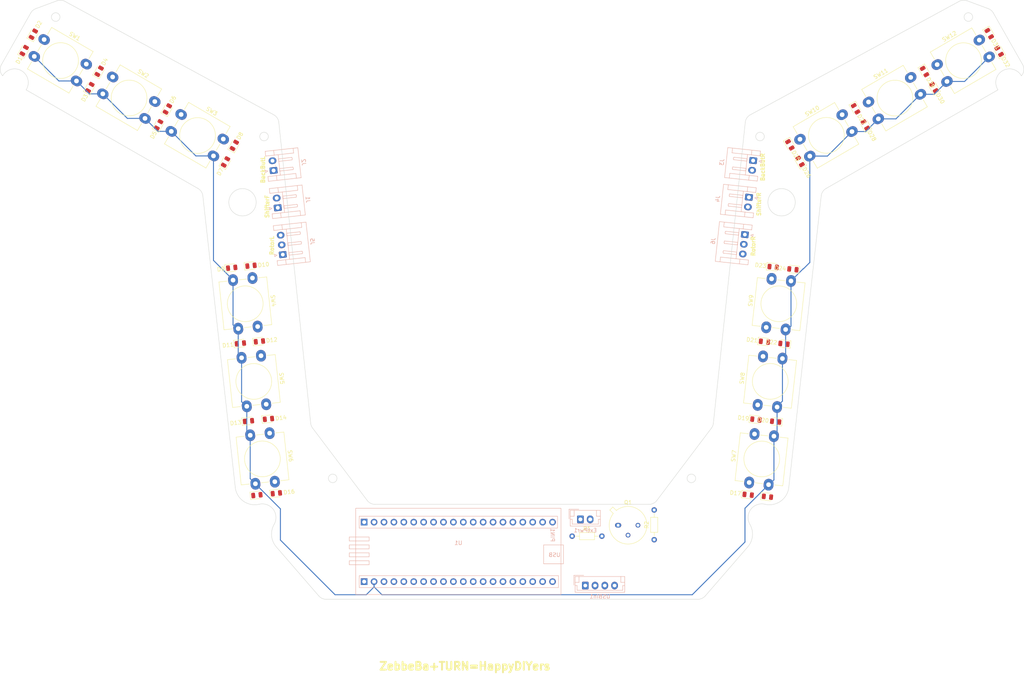
<source format=kicad_pcb>
(kicad_pcb (version 20211014) (generator pcbnew)
  (layers (0 "F.Cu" signal) (31 "B.Cu" signal) (34 "B.Paste" user) (35 "F.Paste" user) (36 "B.SilkS" user "B.Silkscreen") (37 "F.SilkS" user "F.Silkscreen") (38 "B.Mask" user) (39 "F.Mask" user) (44 "Edge.Cuts" user))
  (net 0 "")
  (net 1 "BUTGND")
  (net 2 "Net-(J1-Pad2)")
  (net 3 "Net-(J2-Pad2)")
  (net 4 "Net-(J3-Pad2)")
  (net 6 "Net-(J4-Pad2)")
  (net 7 "Net-(J5-Pad2)")
  (net 8 "Net-(J5-Pad3)")
  (net 9 "Net-(J6-Pad2)")
  (net 10 "Net-(J6-Pad3)")
  (net 11 "Net-(SW1-Pad1)")
  (net 12 "Net-(SW2-Pad1)")
  (net 13 "Net-(SW4-Pad1)")
  (net 14 "Net-(SW5-Pad1)")
  (net 15 "Net-(U1-Pad37)")
  (net 16 "Net-(SW7-Pad1)")
  (net 17 "Net-(SW8-Pad1)")
  (net 18 "Net-(SW9-Pad1)")
  (net 19 "Net-(SW10-Pad1)")
  (net 20 "Net-(SW11-Pad1)")
  (net 21 "Net-(SW12-Pad1)")
  (net 22 "Net-(SW3-Pad3)")
  (net 23 "Net-(Q1-Pad1)")
  (net 35 "Net-(U1-Pad1)")
  (net 36 "Net-(U1-Pad20)")
  (net 39 "Net-(D1-Pad2)")
  (net 40 "Net-(D1-Pad1)")
  (net 41 "Net-(Q1-Pad2)")
  (net 42 "Net-(Q1-Pad3)")
  (net 43 "B0LEDCONTROL")
  (net 44 "USBD-")
  (net 45 "UDBD+")
  (footprint "LED_SMD:LED_0805_2012Metric" (layer "F.Cu") (at 213.7625 147.4 -6.1)
    (fp_text reference "D18" hide)
    (fp_text value "LED")
    (pad "1" smd roundrect (at -0.9375 0 353.9) (size 0.975 1.4) (layers "F.Cu" "F.Paste" "F.Mask") (net 40 "Net-(D1-Pad1)"))
    (pad "2" smd roundrect (at 0.9375 0 353.9) (size 0.975 1.4) (layers "F.Cu" "F.Paste" "F.Mask") (net 39 "Net-(D1-Pad2)"))
  )
  (footprint "LED_SMD:LED_0805_2012Metric" (layer "F.Cu") (at 78.750517 108.127263 6.1)
    (fp_text reference "D11" (at -3.197487 0.083431 6.1) (layer "F.SilkS"))
    (fp_text value "LED")
    (pad "1" smd roundrect (at -0.9375 0 6.1) (size 0.975 1.4) (layers "F.Cu" "F.Paste" "F.Mask") (net 40 "Net-(D1-Pad1)"))
    (pad "2" smd roundrect (at 0.9375 0 6.1) (size 0.975 1.4) (layers "F.Cu" "F.Paste" "F.Mask") (net 39 "Net-(D1-Pad2)"))
  )
  (footprint "Button_Switch_THT:SW_PUSH-12mm_Wuerth-430476085716" (layer "F.Cu") (at 239.65 46.28 30.2)
    (fp_text reference "SW11" (at 6.35 -4.66 30.2) (layer "F.SilkS"))
    (fp_text value "SW_Push_Dual")
    (pad "1" thru_hole oval (at 12.5 0 30.2) (size 3 2.5) (drill 1.2) (layers *.Cu *.Mask) (net 20 "Net-(SW11-Pad1)"))
    (pad "1" thru_hole oval (at 0 0 30.2) (size 3 2.5) (drill 1.2) (layers *.Cu *.Mask) (net 20 "Net-(SW11-Pad1)"))
    (pad "2" thru_hole oval (at 12.5 5 30.2) (size 3 2.5) (drill 1.2) (layers *.Cu *.Mask) (net 1 "BUTGND"))
    (pad "2" thru_hole oval (at 0 5 30.2) (size 3 2.5) (drill 1.2) (layers *.Cu *.Mask) (net 1 "BUTGND"))
  )
  (footprint "LED_SMD:LED_0805_2012Metric" (layer "F.Cu") (at 85.94 127.47 6.1)
    (fp_text reference "D14" (at 3.219453 0.08258 6.1) (layer "F.SilkS"))
    (fp_text value "LED")
    (pad "1" smd roundrect (at -0.9375 0 6.1) (size 0.975 1.4) (layers "F.Cu" "F.Paste" "F.Mask") (net 40 "Net-(D1-Pad1)"))
    (pad "2" smd roundrect (at 0.9375 0 6.1) (size 0.975 1.4) (layers "F.Cu" "F.Paste" "F.Mask") (net 39 "Net-(D1-Pad2)"))
  )
  (footprint "LED_SMD:LED_0805_2012Metric" (layer "F.Cu") (at 42.57 38.41 60.5)
    (fp_text reference "D4" (at 2.822909 0.034392 60.5) (layer "F.SilkS"))
    (fp_text value "LED")
    (pad "1" smd roundrect (at -0.9375 0 60.5) (size 0.975 1.4) (layers "F.Cu" "F.Paste" "F.Mask") (net 40 "Net-(D1-Pad1)"))
    (pad "2" smd roundrect (at 0.9375 0 60.5) (size 0.975 1.4) (layers "F.Cu" "F.Paste" "F.Mask") (net 39 "Net-(D1-Pad2)"))
  )
  (footprint "Button_Switch_THT:SW_PUSH-12mm_Wuerth-430476085716" (layer "F.Cu") (at 213.449259 104.00792 83.7)
    (fp_text reference "SW9" (at 6.35 -4.66 83.7) (layer "F.SilkS"))
    (fp_text value "SW_Push_Dual")
    (pad "1" thru_hole oval (at 12.5 0 83.7) (size 3 2.5) (drill 1.2) (layers *.Cu *.Mask) (net 18 "Net-(SW9-Pad1)"))
    (pad "1" thru_hole oval (at 0 0 83.7) (size 3 2.5) (drill 1.2) (layers *.Cu *.Mask) (net 18 "Net-(SW9-Pad1)"))
    (pad "2" thru_hole oval (at 12.5 5 83.7) (size 3 2.5) (drill 1.2) (layers *.Cu *.Mask) (net 1 "BUTGND"))
    (pad "2" thru_hole oval (at 0 5 83.7) (size 3 2.5) (drill 1.2) (layers *.Cu *.Mask) (net 1 "BUTGND"))
  )
  (footprint "LED_SMD:LED_0805_2012Metric" (layer "F.Cu") (at 82.98 146.99 6.1)
    (fp_text reference "D15" hide)
    (fp_text value "LED")
    (pad "1" smd roundrect (at -0.9375 0 6.1) (size 0.975 1.4) (layers "F.Cu" "F.Paste" "F.Mask") (net 40 "Net-(D1-Pad1)"))
    (pad "2" smd roundrect (at 0.9375 0 6.1) (size 0.975 1.4) (layers "F.Cu" "F.Paste" "F.Mask") (net 39 "Net-(D1-Pad2)"))
  )
  (footprint "Button_Switch_THT:SW_PUSH-12mm_Wuerth-430476085716" (layer "F.Cu") (at 86.241695 131.119728 -83.9)
    (fp_text reference "SW6" (at 6.35 -4.66 96.1) (layer "F.SilkS"))
    (fp_text value "SW_Push_Dual")
    (pad "1" thru_hole oval (at 12.5 0 276.1) (size 3 2.5) (drill 1.2) (layers *.Cu *.Mask) (net 15 "Net-(U1-Pad37)"))
    (pad "1" thru_hole oval (at 0 0 276.1) (size 3 2.5) (drill 1.2) (layers *.Cu *.Mask) (net 15 "Net-(U1-Pad37)"))
    (pad "2" thru_hole oval (at 0 5 276.1) (size 3 2.5) (drill 1.2) (layers *.Cu *.Mask) (net 1 "BUTGND"))
    (pad "2" thru_hole oval (at 12.5 5 276.1) (size 3 2.5) (drill 1.2) (layers *.Cu *.Mask) (net 1 "BUTGND"))
  )
  (footprint "Button_Switch_THT:SW_PUSH-12mm_Wuerth-430476085716" (layer "F.Cu") (at 63.565832 49.485438 -30.2)
    (fp_text reference "SW3" (at 6.35 -4.66 -30.2) (layer "F.SilkS"))
    (fp_text value "SW_Push_Dual")
    (pad "1" thru_hole oval (at 12.5 0 329.8) (size 3 2.5) (drill 1.2) (layers *.Cu *.Mask))
    (pad "1" thru_hole oval (at 0 0 329.8) (size 3 2.5) (drill 1.2) (layers *.Cu *.Mask))
    (pad "2" thru_hole oval (at 12.5 5 329.8) (size 3 2.5) (drill 1.2) (layers *.Cu *.Mask) (net 1 "BUTGND"))
    (pad "2" thru_hole oval (at 0 5 329.8) (size 3 2.5) (drill 1.2) (layers *.Cu *.Mask) (net 1 "BUTGND"))
  )
  (footprint "LED_SMD:LED_0805_2012Metric" (layer "F.Cu") (at 256.39 42.58 120.2)
    (fp_text reference "D30" (at -3.249952 0.017598 120.2) (layer "F.SilkS"))
    (fp_text value "LED")
    (pad "1" smd roundrect (at -0.9375 0 120.2) (size 0.975 1.4) (layers "F.Cu" "F.Paste" "F.Mask") (net 40 "Net-(D1-Pad1)"))
    (pad "2" smd roundrect (at 0.9375 0 120.2) (size 0.975 1.4) (layers "F.Cu" "F.Paste" "F.Mask") (net 39 "Net-(D1-Pad2)"))
  )
  (footprint "LED_SMD:LED_0805_2012Metric" (layer "F.Cu") (at 253.996922 38.487825 -59.8)
    (fp_text reference "D29" (at 3.260334 0.11928 120.2) (layer "F.SilkS"))
    (fp_text value "LED")
    (pad "1" smd roundrect (at -0.9375 0 300.2) (size 0.975 1.4) (layers "F.Cu" "F.Paste" "F.Mask") (net 40 "Net-(D1-Pad1)"))
    (pad "2" smd roundrect (at 0.9375 0 300.2) (size 0.975 1.4) (layers "F.Cu" "F.Paste" "F.Mask") (net 39 "Net-(D1-Pad2)"))
  )
  (footprint "LED_SMD:LED_0805_2012Metric" (layer "F.Cu") (at 60.043083 48.077862 60.5)
    (fp_text reference "D6" (at 2.797199 0.033906 60.5) (layer "F.SilkS"))
    (fp_text value "LED")
    (pad "1" smd roundrect (at -0.9375 0 60.5) (size 0.975 1.4) (layers "F.Cu" "F.Paste" "F.Mask") (net 40 "Net-(D1-Pad1)"))
    (pad "2" smd roundrect (at 0.9375 0 60.5) (size 0.975 1.4) (layers "F.Cu" "F.Paste" "F.Mask") (net 39 "Net-(D1-Pad2)"))
  )
  (footprint "LED_SMD:LED_0805_2012Metric" (layer "F.Cu") (at 238.83 52.18 120.2)
    (fp_text reference "D28" (at -3.26143 0.057199 120.2) (layer "F.SilkS"))
    (fp_text value "LED")
    (pad "1" smd roundrect (at -0.9375 0 120.2) (size 0.975 1.4) (layers "F.Cu" "F.Paste" "F.Mask") (net 40 "Net-(D1-Pad1)"))
    (pad "2" smd roundrect (at 0.9375 0 120.2) (size 0.975 1.4) (layers "F.Cu" "F.Paste" "F.Mask") (net 39 "Net-(D1-Pad2)"))
  )
  (footprint "Button_Switch_THT:SW_PUSH-12mm_Wuerth-430476085716" (layer "F.Cu") (at 84.031695 111.279728 -83.9)
    (fp_text reference "SW5" (at 6.35 -4.66 96.1) (layer "F.SilkS"))
    (fp_text value "SW_Push_Dual")
    (pad "1" thru_hole oval (at 0 0 276.1) (size 3 2.5) (drill 1.2) (layers *.Cu *.Mask) (net 14 "Net-(SW5-Pad1)"))
    (pad "1" thru_hole oval (at 12.5 0 276.1) (size 3 2.5) (drill 1.2) (layers *.Cu *.Mask) (net 14 "Net-(SW5-Pad1)"))
    (pad "2" thru_hole oval (at 0 5 276.1) (size 3 2.5) (drill 1.2) (layers *.Cu *.Mask) (net 1 "BUTGND"))
    (pad "2" thru_hole oval (at 12.5 5 276.1) (size 3 2.5) (drill 1.2) (layers *.Cu *.Mask) (net 1 "BUTGND"))
  )
  (footprint "LED_SMD:LED_0805_2012Metric" (layer "F.Cu") (at 57.798353 52.135958 60.5)
    (fp_text reference "D5" (at -2.928114 0.153408 60.5) (layer "F.SilkS"))
    (fp_text value "LED")
    (pad "1" smd roundrect (at -0.9375 0 60.5) (size 0.975 1.4) (layers "F.Cu" "F.Paste" "F.Mask") (net 40 "Net-(D1-Pad1)"))
    (pad "2" smd roundrect (at 0.9375 0 60.5) (size 0.975 1.4) (layers "F.Cu" "F.Paste" "F.Mask") (net 39 "Net-(D1-Pad2)"))
  )
  (footprint "LED_SMD:LED_0805_2012Metric" (layer "F.Cu") (at 80.82 128.02 6.1)
    (fp_text reference "D13" (at -3.299304 0.099969 6.1) (layer "F.SilkS"))
    (fp_text value "LED")
    (pad "1" smd roundrect (at -0.9375 0 6.1) (size 0.975 1.4) (layers "F.Cu" "F.Paste" "F.Mask") (net 40 "Net-(D1-Pad1)"))
    (pad "2" smd roundrect (at 0.9375 0 6.1) (size 0.975 1.4) (layers "F.Cu" "F.Paste" "F.Mask") (net 39 "Net-(D1-Pad2)"))
  )
  (footprint "Package_TO_SOT_THT:TO-39-3" (layer "F.Cu") (at 175.51 154.7)
    (fp_text reference "Q1" (at 2.54 -5.82) (layer "F.SilkS"))
    (fp_text value "2N2219")
    (pad "1" thru_hole oval (at 0 0) (size 1.6 1.2) (drill 0.7) (layers *.Cu *.Mask) (net 23 "Net-(Q1-Pad1)"))
    (pad "2" thru_hole oval (at 2.54 2.54) (size 1.2 1.2) (drill 0.7) (layers *.Cu *.Mask) (net 41 "Net-(Q1-Pad2)"))
    (pad "3" thru_hole oval (at 5.08 0) (size 1.2 1.2) (drill 0.7) (layers *.Cu *.Mask) (net 42 "Net-(Q1-Pad3)"))
  )
  (footprint "LED_SMD:LED_0805_2012Metric" (layer "F.Cu") (at 25.71 28.92 60.5)
    (fp_text reference "D2" (at 2.842951 -0.011416 60.5) (layer "F.SilkS"))
    (fp_text value "LED")
    (pad "1" smd roundrect (at -0.9375 0 60.5) (size 0.975 1.4) (layers "F.Cu" "F.Paste" "F.Mask") (net 40 "Net-(D1-Pad1)"))
    (pad "2" smd roundrect (at 0.9375 0 60.5) (size 0.975 1.4) (layers "F.Cu" "F.Paste" "F.Mask") (net 39 "Net-(D1-Pad2)"))
  )
  (footprint "LED_SMD:LED_0805_2012Metric" (layer "F.Cu") (at 220.28 89.15 173.9)
    (fp_text reference "D24" (at 3.210573 -0.071574 173.9) (layer "F.SilkS"))
    (fp_text value "LED")
    (pad "1" smd roundrect (at -0.9375 0 173.9) (size 0.975 1.4) (layers "F.Cu" "F.Paste" "F.Mask") (net 40 "Net-(D1-Pad1)"))
    (pad "2" smd roundrect (at 0.9375 0 173.9) (size 0.975 1.4) (layers "F.Cu" "F.Paste" "F.Mask") (net 39 "Net-(D1-Pad2)"))
  )
  (footprint "LED_SMD:LED_0805_2012Metric" (layer "F.Cu") (at 40.188353 42.595958 60.5)
    (fp_text reference "D3" (at -2.964073 0.150773 60.5) (layer "F.SilkS"))
    (fp_text value "LED")
    (pad "1" smd roundrect (at -0.9375 0 60.5) (size 0.975 1.4) (layers "F.Cu" "F.Paste" "F.Mask") (net 40 "Net-(D1-Pad1)"))
    (pad "2" smd roundrect (at 0.9375 0 60.5) (size 0.975 1.4) (layers "F.Cu" "F.Paste" "F.Mask") (net 39 "Net-(D1-Pad2)"))
  )
  (footprint "LED_SMD:LED_0805_2012Metric" (layer "F.Cu") (at 87.97 146.52 6.1)
    (fp_text reference "D16" (at 3.277671 0.008346 6.1) (layer "F.SilkS"))
    (fp_text value "LED")
    (pad "1" smd roundrect (at -0.9375 0 6.1) (size 0.975 1.4) (layers "F.Cu" "F.Paste" "F.Mask") (net 40 "Net-(D1-Pad1)"))
    (pad "2" smd roundrect (at 0.9375 0 6.1) (size 0.975 1.4) (layers "F.Cu" "F.Paste" "F.Mask") (net 39 "Net-(D1-Pad2)"))
  )
  (footprint "LED_SMD:LED_0805_2012Metric" (layer "F.Cu") (at 236.34 48.02 -59.8)
    (fp_text reference "D27" (at 3.180947 0.081085 120.2) (layer "F.SilkS"))
    (fp_text value "LED")
    (pad "1" smd roundrect (at -0.9375 0 300.2) (size 0.975 1.4) (layers "F.Cu" "F.Paste" "F.Mask") (net 40 "Net-(D1-Pad1)"))
    (pad "2" smd roundrect (at 0.9375 0 300.2) (size 0.975 1.4) (layers "F.Cu" "F.Paste" "F.Mask") (net 39 "Net-(D1-Pad2)"))
  )
  (footprint "LED_SMD:LED_0805_2012Metric" (layer "F.Cu") (at 23.36 33.12 60.5)
    (fp_text reference "D1" (at -2.789929 0.084824 60.5) (layer "F.SilkS"))
    (fp_text value "LED")
    (pad "1" smd roundrect (at -0.9375 0 60.5) (size 0.975 1.4) (layers "F.Cu" "F.Paste" "F.Mask") (net 40 "Net-(D1-Pad1)"))
    (pad "2" smd roundrect (at 0.9375 0 60.5) (size 0.975 1.4) (layers "F.Cu" "F.Paste" "F.Mask") (net 39 "Net-(D1-Pad2)"))
  )
  (footprint "Resistor_THT:R_Axial_DIN0204_L3.6mm_D1.6mm_P7.62mm_Horizontal" (layer "F.Cu") (at 163.73 157.5)
    (fp_text reference "R1" (at 3.81 -1.92) (layer "F.SilkS"))
    (fp_text value "220R")
    (pad "1" thru_hole circle (at 0 0) (size 1.4 1.4) (drill 0.7) (layers *.Cu *.Mask) (net 43 "B0LEDCONTROL"))
    (pad "2" thru_hole oval (at 7.62 0) (size 1.4 1.4) (drill 0.7) (layers *.Cu *.Mask) (net 41 "Net-(Q1-Pad2)"))
  )
  (footprint "LED_SMD:LED_0805_2012Metric" (layer "F.Cu") (at 76.527808 88.749623 6.1)
    (fp_text reference "D9" (at -2.811381 0.072036 6.1) (layer "F.SilkS"))
    (fp_text value "LED")
    (pad "1" smd roundrect (at -0.9375 0 6.1) (size 0.975 1.4) (layers "F.Cu" "F.Paste" "F.Mask") (net 40 "Net-(D1-Pad1)"))
    (pad "2" smd roundrect (at 0.9375 0 6.1) (size 0.975 1.4) (layers "F.Cu" "F.Paste" "F.Mask") (net 39 "Net-(D1-Pad2)"))
  )
  (footprint "LED_SMD:LED_0805_2012Metric" (layer "F.Cu") (at 219.496922 57.257825 -59.8)
    (fp_text reference "D25" (at 3.227181 0.076844 120.2) (layer "F.SilkS"))
    (fp_text value "LED")
    (pad "1" smd roundrect (at -0.9375 0 300.2) (size 0.975 1.4) (layers "F.Cu" "F.Paste" "F.Mask") (net 40 "Net-(D1-Pad1)"))
    (pad "2" smd roundrect (at 0.9375 0 300.2) (size 0.975 1.4) (layers "F.Cu" "F.Paste" "F.Mask") (net 39 "Net-(D1-Pad2)"))
  )
  (footprint "Button_Switch_THT:SW_PUSH-12mm_Wuerth-430476085716" (layer "F.Cu") (at 46.025832 39.875438 -30.2)
    (fp_text reference "SW2" (at 6.35 -4.66 149.8) (layer "F.SilkS"))
    (fp_text value "SW_Push_Dual")
    (pad "1" thru_hole oval (at 12.5 0 329.8) (size 3 2.5) (drill 1.2) (layers *.Cu *.Mask) (net 12 "Net-(SW2-Pad1)"))
    (pad "1" thru_hole oval (at 0 0 329.8) (size 3 2.5) (drill 1.2) (layers *.Cu *.Mask) (net 12 "Net-(SW2-Pad1)"))
    (pad "2" thru_hole oval (at 12.5 5 329.8) (size 3 2.5) (drill 1.2) (layers *.Cu *.Mask) (net 1 "BUTGND"))
    (pad "2" thru_hole oval (at 0 5 329.8) (size 3 2.5) (drill 1.2) (layers *.Cu *.Mask) (net 1 "BUTGND"))
  )
  (footprint "LED_SMD:LED_0805_2012Metric" (layer "F.Cu") (at 215.86 128.16 173.9)
    (fp_text reference "D20" (at 3.23008 0.016854 173.9) (layer "F.SilkS"))
    (fp_text value "LED")
    (pad "1" smd roundrect (at -0.9375 0 173.9) (size 0.975 1.4) (layers "F.Cu" "F.Paste" "F.Mask") (net 40 "Net-(D1-Pad1)"))
    (pad "2" smd roundrect (at 0.9375 0 173.9) (size 0.975 1.4) (layers "F.Cu" "F.Paste" "F.Mask") (net 39 "Net-(D1-Pad2)"))
  )
  (footprint "Button_Switch_THT:SW_PUSH-12mm_Wuerth-430476085716" (layer "F.Cu") (at 222.09 55.823188 30.2)
    (fp_text reference "SW10" (at 6.35 -4.66 30.2) (layer "F.SilkS"))
    (fp_text value "SW_Push_Dual")
    (pad "1" thru_hole oval (at 12.5 0 30.2) (size 3 2.5) (drill 1.2) (layers *.Cu *.Mask) (net 19 "Net-(SW10-Pad1)"))
    (pad "1" thru_hole oval (at 0 0 30.2) (size 3 2.5) (drill 1.2) (layers *.Cu *.Mask) (net 19 "Net-(SW10-Pad1)"))
    (pad "2" thru_hole oval (at 0 5 30.2) (size 3 2.5) (drill 1.2) (layers *.Cu *.Mask) (net 1 "BUTGND"))
    (pad "2" thru_hole oval (at 12.5 5 30.2) (size 3 2.5) (drill 1.2) (layers *.Cu *.Mask) (net 1 "BUTGND"))
  )
  (footprint "Button_Switch_THT:SW_PUSH-12mm_Wuerth-430476085716" (layer "F.Cu") (at 81.841695 91.379728 -83.9)
    (fp_text reference "SW4" (at 6.35 -4.66 96.1) (layer "F.SilkS"))
    (fp_text value "SW_Push_Dual")
    (pad "1" thru_hole oval (at 12.5 0 276.1) (size 3 2.5) (drill 1.2) (layers *.Cu *.Mask) (net 13 "Net-(SW4-Pad1)"))
    (pad "1" thru_hole oval (at 0 0 276.1) (size 3 2.5) (drill 1.2) (layers *.Cu *.Mask) (net 13 "Net-(SW4-Pad1)"))
    (pad "2" thru_hole oval (at 12.5 5 276.1) (size 3 2.5) (drill 1.2) (layers *.Cu *.Mask) (net 1 "BUTGND"))
    (pad "2" thru_hole oval (at 0 5 276.1) (size 3 2.5) (drill 1.2) (layers *.Cu *.Mask) (net 1 "BUTGND"))
  )
  (footprint "Button_Switch_THT:SW_PUSH-12mm_Wuerth-430476085716" (layer "F.Cu") (at 28.475832 30.285438 -30.2)
    (fp_text reference "SW1" (at 6.35 -4.66 149.8) (layer "F.SilkS"))
    (fp_text value "SW_Push_Dual")
    (pad "1" thru_hole oval (at 12.5 0 329.8) (size 3 2.5) (drill 1.2) (layers *.Cu *.Mask) (net 11 "Net-(SW1-Pad1)"))
    (pad "1" thru_hole oval (at 0 0 329.8) (size 3 2.5) (drill 1.2) (layers *.Cu *.Mask) (net 11 "Net-(SW1-Pad1)"))
    (pad "2" thru_hole oval (at 0 5 329.8) (size 3 2.5) (drill 1.2) (layers *.Cu *.Mask) (net 1 "BUTGND"))
    (pad "2" thru_hole oval (at 12.5 5 329.8) (size 3 2.5) (drill 1.2) (layers *.Cu *.Mask) (net 1 "BUTGND"))
  )
  (footprint "LED_SMD:LED_0805_2012Metric" (layer "F.Cu") (at 77.190509 57.397267 60.5)
    (fp_text reference "D8" (at 2.830128 0.052701 60.5) (layer "F.SilkS"))
    (fp_text value "LED")
    (pad "1" smd roundrect (at -0.9375 0 60.5) (size 0.975 1.4) (layers "F.Cu" "F.Paste" "F.Mask") (net 40 "Net-(D1-Pad1)"))
    (pad "2" smd roundrect (at 0.9375 0 60.5) (size 0.975 1.4) (layers "F.Cu" "F.Paste" "F.Mask") (net 39 "Net-(D1-Pad2)"))
  )
  (footprint "LED_SMD:LED_0805_2012Metric" (layer "F.Cu") (at 81.47 88.22 6.1)
    (fp_text reference "D10" (at 3.218391 0.092523 6.1) (layer "F.SilkS"))
    (fp_text value "LED")
    (pad "1" smd roundrect (at -0.9375 0 6.1) (size 0.975 1.4) (layers "F.Cu" "F.Paste" "F.Mask") (net 40 "Net-(D1-Pad1)"))
    (pad "2" smd roundrect (at 0.9375 0 6.1) (size 0.975 1.4) (layers "F.Cu" "F.Paste" "F.Mask") (net 39 "Net-(D1-Pad2)"))
  )
  (footprint "LED_SMD:LED_0805_2012Metric" (layer "F.Cu") (at 208.817808 146.890377 -6.1)
    (fp_text reference "D17" (at -3.273027 -0.062928 173.9) (layer "F.SilkS"))
    (fp_text value "LED")
    (pad "1" smd roundrect (at -0.9375 0 353.9) (size 0.975 1.4) (layers "F.Cu" "F.Paste" "F.Mask") (net 40 "Net-(D1-Pad1)"))
    (pad "2" smd roundrect (at 0.9375 0 353.9) (size 0.975 1.4) (layers "F.Cu" "F.Paste" "F.Mask") (net 39 "Net-(D1-Pad2)"))
  )
  (footprint "LED_SMD:LED_0805_2012Metric" (layer "F.Cu") (at 270.5725 28.78 -59.8)
    (fp_text reference "D31" (at 3.153304 -0.030459 120.2) (layer "F.SilkS"))
    (fp_text value "LED")
    (pad "1" smd roundrect (at -0.9375 0 300.2) (size 0.975 1.4) (layers "F.Cu" "F.Paste" "F.Mask") (net 40 "Net-(D1-Pad1)"))
    (pad "2" smd roundrect (at 0.9375 0 300.2) (size 0.975 1.4) (layers "F.Cu" "F.Paste" "F.Mask") (net 39 "Net-(D1-Pad2)"))
  )
  (footprint "LED_SMD:LED_0805_2012Metric" (layer "F.Cu") (at 215.22 88.55 -6.1)
    (fp_text reference "D23" (at -3.243211 -0.045621 173.9) (layer "F.SilkS"))
    (fp_text value "LED")
    (pad "1" smd roundrect (at -0.9375 0 353.9) (size 0.975 1.4) (layers "F.Cu" "F.Paste" "F.Mask") (net 40 "Net-(D1-Pad1)"))
    (pad "2" smd roundrect (at 0.9375 0 353.9) (size 0.975 1.4) (layers "F.Cu" "F.Paste" "F.Mask") (net 39 "Net-(D1-Pad2)"))
  )
  (footprint "LED_SMD:LED_0805_2012Metric" (layer "F.Cu") (at 210.81 127.62 -6.1)
    (fp_text reference "D19" (at -3.249967 -0.014729 173.9) (layer "F.SilkS"))
    (fp_text value "LED")
    (pad "1" smd roundrect (at -0.9375 0 353.9) (size 0.975 1.4) (layers "F.Cu" "F.Paste" "F.Mask") (net 40 "Net-(D1-Pad1)"))
    (pad "2" smd roundrect (at 0.9375 0 353.9) (size 0.975 1.4) (layers "F.Cu" "F.Paste" "F.Mask") (net 39 "Net-(D1-Pad2)"))
  )
  (footprint "LED_SMD:LED_0805_2012Metric" (layer "F.Cu") (at 74.94 61.65 60.5)
    (fp_text reference "D7" (at -2.885324 0.058369 60.5) (layer "F.SilkS"))
    (fp_text value "LED")
    (pad "1" smd roundrect (at -0.9375 0 60.5) (size 0.975 1.4) (layers "F.Cu" "F.Paste" "F.Mask") (net 40 "Net-(D1-Pad1)"))
    (pad "2" smd roundrect (at 0.9375 0 60.5) (size 0.975 1.4) (layers "F.Cu" "F.Paste" "F.Mask") (net 39 "Net-(D1-Pad2)"))
  )
  (footprint "Resistor_THT:R_Axial_DIN0204_L3.6mm_D1.6mm_P7.62mm_Horizontal" (layer "F.Cu") (at 184.75 158.41 90)
    (fp_text reference "R2" (at 3.81 -1.92 90) (layer "F.SilkS"))
    (fp_text value "220R")
    (pad "1" thru_hole circle (at 0 0 90) (size 1.4 1.4) (drill 0.7) (layers *.Cu *.Mask) (net 42 "Net-(Q1-Pad3)"))
    (pad "2" thru_hole oval (at 7.62 0 90) (size 1.4 1.4) (drill 0.7) (layers *.Cu *.Mask) (net 40 "Net-(D1-Pad1)"))
  )
  (footprint "Button_Switch_THT:SW_PUSH-12mm_Wuerth-430476085716" (layer "F.Cu") (at 211.259259 123.87792 83.7)
    (fp_text reference "SW8" (at 6.35 -4.66 83.7) (layer "F.SilkS"))
    (fp_text value "SW_Push_Dual")
    (pad "1" thru_hole oval (at 0 0 83.7) (size 3 2.5) (drill 1.2) (layers *.Cu *.Mask) (net 17 "Net-(SW8-Pad1)"))
    (pad "1" thru_hole oval (at 12.5 0 83.7) (size 3 2.5) (drill 1.2) (layers *.Cu *.Mask) (net 17 "Net-(SW8-Pad1)"))
    (pad "2" thru_hole oval (at 12.5 5 83.7) (size 3 2.5) (drill 1.2) (layers *.Cu *.Mask) (net 1 "BUTGND"))
    (pad "2" thru_hole oval (at 0 5 83.7) (size 3 2.5) (drill 1.2) (layers *.Cu *.Mask) (net 1 "BUTGND"))
  )
  (footprint "LED_SMD:LED_0805_2012Metric" (layer "F.Cu") (at 83.63 107.61 6.1)
    (fp_text reference "D12" (at 3.168294 -0.003343 6.1) (layer "F.SilkS"))
    (fp_text value "LED")
    (pad "1" smd roundrect (at -0.9375 0 6.1) (size 0.975 1.4) (layers "F.Cu" "F.Paste" "F.Mask") (net 40 "Net-(D1-Pad1)"))
    (pad "2" smd roundrect (at 0.9375 0 6.1) (size 0.975 1.4) (layers "F.Cu" "F.Paste" "F.Mask") (net 39 "Net-(D1-Pad2)"))
  )
  (footprint "LED_SMD:LED_0805_2012Metric" (layer "F.Cu") (at 222.106922 61.517825 120.2)
    (fp_text reference "D26" (at -3.325358 0.023554 120.2) (layer "F.SilkS"))
    (fp_text value "LED")
    (pad "1" smd roundrect (at -0.9375 0 120.2) (size 0.975 1.4) (layers "F.Cu" "F.Paste" "F.Mask") (net 40 "Net-(D1-Pad1)"))
    (pad "2" smd roundrect (at 0.9375 0 120.2) (size 0.975 1.4) (layers "F.Cu" "F.Paste" "F.Mask") (net 39 "Net-(D1-Pad2)"))
  )
  (footprint "Button_Switch_THT:SW_PUSH-12mm_Wuerth-430476085716" (layer "F.Cu") (at 209.079259 143.75792 83.7)
    (fp_text reference "SW7" (at 6.35 -4.66 83.7) (layer "F.SilkS"))
    (fp_text value "SW_Push_Dual")
    (pad "1" thru_hole oval (at 0 0 83.7) (size 3 2.5) (drill 1.2) (layers *.Cu *.Mask) (net 16 "Net-(SW7-Pad1)"))
    (pad "1" thru_hole oval (at 12.5 0 83.7) (size 3 2.5) (drill 1.2) (layers *.Cu *.Mask) (net 16 "Net-(SW7-Pad1)"))
    (pad "2" thru_hole oval (at 0 5 83.7) (size 3 2.5) (drill 1.2) (layers *.Cu *.Mask) (net 1 "BUTGND"))
    (pad "2" thru_hole oval (at 12.5 5 83.7) (size 3 2.5) (drill 1.2) (layers *.Cu *.Mask) (net 1 "BUTGND"))
  )
  (footprint "LED_SMD:LED_0805_2012Metric" (layer "F.Cu") (at 213 107.68 -6.1)
    (fp_text reference "D21" (at -3.215506 -0.068696 173.9) (layer "F.SilkS"))
    (fp_text value "LED")
    (pad "1" smd roundrect (at -0.9375 0 353.9) (size 0.975 1.4) (layers "F.Cu" "F.Paste" "F.Mask") (net 40 "Net-(D1-Pad1)"))
    (pad "2" smd roundrect (at 0.9375 0 353.9) (size 0.975 1.4) (layers "F.Cu" "F.Paste" "F.Mask") (net 39 "Net-(D1-Pad2)"))
  )
  (footprint "Button_Switch_THT:SW_PUSH-12mm_Wuerth-430476085716" (layer "F.Cu") (at 257.23 36.7 30.2)
    (fp_text reference "SW12" (at 6.35 -4.66 30.2) (layer "F.SilkS"))
    (fp_text value "SW_Push_Dual")
    (pad "1" thru_hole oval (at 0 0 30.2) (size 3 2.5) (drill 1.2) (layers *.Cu *.Mask) (net 21 "Net-(SW12-Pad1)"))
    (pad "1" thru_hole oval (at 12.5 0 30.2) (size 3 2.5) (drill 1.2) (layers *.Cu *.Mask) (net 21 "Net-(SW12-Pad1)"))
    (pad "2" thru_hole oval (at 12.5 5 30.2) (size 3 2.5) (drill 1.2) (layers *.Cu *.Mask) (net 1 "BUTGND"))
    (pad "2" thru_hole oval (at 0 5 30.2) (size 3 2.5) (drill 1.2) (layers *.Cu *.Mask) (net 1 "BUTGND"))
  )
  (footprint "LED_SMD:LED_0805_2012Metric" (layer "F.Cu") (at 218 108.23 173.9)
    (fp_text reference "D22" (at 3.247462 0.085395 173.9) (layer "F.SilkS"))
    (fp_text value "LED")
    (pad "1" smd roundrect (at -0.9375 0 173.9) (size 0.975 1.4) (layers "F.Cu" "F.Paste" "F.Mask") (net 40 "Net-(D1-Pad1)"))
    (pad "2" smd roundrect (at 0.9375 0 173.9) (size 0.975 1.4) (layers "F.Cu" "F.Paste" "F.Mask") (net 39 "Net-(D1-Pad2)"))
  )
  (footprint "LED_SMD:LED_0805_2012Metric" (layer "F.Cu") (at 273.116922 33.287825 120.2)
    (fp_text reference "D32" (at -3.236095 0.029224 120.2) (layer "F.SilkS"))
    (fp_text value "LED")
    (pad "1" smd roundrect (at -0.9375 0 120.2) (size 0.975 1.4) (layers "F.Cu" "F.Paste" "F.Mask") (net 40 "Net-(D1-Pad1)"))
    (pad "2" smd roundrect (at 0.9375 0 120.2) (size 0.975 1.4) (layers "F.Cu" "F.Paste" "F.Mask") (net 39 "Net-(D1-Pad2)"))
  )
  (footprint "Connector_JST:JST_EH_S2B-EH_1x02_P2.50mm_Horizontal" (layer "B.Cu") (at 88.32787 73.377761 96.3)
    (fp_text reference "J1" (at 1.25 7.9 96.3) (layer "B.SilkS") (effects (justify mirror)))
    (fp_text value "Conn_01x02_Female")
    (pad "1" thru_hole roundrect (at 0 0 96.3) (size 1.7 2) (drill 1) (layers *.Cu *.Mask) (roundrect_rratio 0.147059) (net 1 "BUTGND"))
    (pad "2" thru_hole oval (at 2.5 0 96.3) (size 1.7 2) (drill 1) (layers *.Cu *.Mask) (net 2 "Net-(J1-Pad2)"))
  )
  (footprint "Connector_JST:JST_EH_S3B-EH_1x03_P2.50mm_Horizontal" (layer "B.Cu") (at 89.615037 85.370212 96.3)
    (fp_text reference "J5" (at 2.5 7.9 96.3) (layer "B.SilkS") (effects (justify mirror)))
    (fp_text value "Conn_01x03_Female")
    (pad "1" thru_hole roundrect (at 0 0 96.3) (size 1.7 1.95) (drill 0.95) (layers *.Cu *.Mask) (roundrect_rratio 0.147059) (net 1 "BUTGND"))
    (pad "2" thru_hole oval (at 2.5 0 96.3) (size 1.7 1.95) (drill 0.95) (layers *.Cu *.Mask) (net 7 "Net-(J5-Pad2)"))
    (pad "3" thru_hole oval (at 5 0 96.3) (size 1.7 1.95) (drill 0.95) (layers *.Cu *.Mask) (net 8 "Net-(J5-Pad3)"))
  )
  (footprint "Connector_JST:JST_EH_B4B-EH-A_1x04_P2.50mm_Vertical" (layer "B.Cu") (at 167.1 170.15)
    (fp_text reference "USBin1" (at 3.75 2.8) (layer "B.SilkS") (effects (justify mirror)))
    (fp_text value "Conn_01x04_Female")
    (pad "1" thru_hole roundrect (at 0 0) (size 1.7 1.95) (drill 0.95) (layers *.Cu *.Mask) (roundrect_rratio 0.147059) (net 35 "Net-(U1-Pad1)"))
    (pad "2" thru_hole oval (at 2.5 0) (size 1.7 1.95) (drill 0.95) (layers *.Cu *.Mask) (net 45 "UDBD+"))
    (pad "3" thru_hole oval (at 5 0) (size 1.7 1.95) (drill 0.95) (layers *.Cu *.Mask) (net 44 "USBD-"))
    (pad "4" thru_hole oval (at 7.5 0) (size 1.7 1.95) (drill 0.95) (layers *.Cu *.Mask) (net 36 "Net-(U1-Pad20)"))
  )
  (footprint "Connector_JST:JST_EH_B2B-EH-A_1x02_P2.50mm_Vertical" (layer "B.Cu") (at 165.85 153.2)
    (fp_text reference "ExtPwr1" (at 1.25 2.8) (layer "B.SilkS") (effects (justify mirror)))
    (fp_text value "Conn_01x02_Female")
    (pad "1" thru_hole roundrect (at 0 0) (size 1.7 2) (drill 1) (layers *.Cu *.Mask) (roundrect_rratio 0.147059) (net 23 "Net-(Q1-Pad1)"))
    (pad "2" thru_hole oval (at 2.5 0) (size 1.7 2) (drill 1) (layers *.Cu *.Mask) (net 39 "Net-(D1-Pad2)"))
  )
  (footprint "Connector_JST:JST_EH_S3B-EH_1x03_P2.50mm_Horizontal" (layer "B.Cu") (at 207.975 80.25 -96.1)
    (fp_text reference "J6" (at 2.5 7.9 83.9) (layer "B.SilkS") (effects (justify mirror)))
    (fp_text value "Conn_01x03_Female")
    (pad "1" thru_hole roundrect (at 0 0 263.9) (size 1.7 1.95) (drill 0.95) (layers *.Cu *.Mask) (roundrect_rratio 0.147059) (net 1 "BUTGND"))
    (pad "2" thru_hole oval (at 2.5 0 263.9) (size 1.7 1.95) (drill 0.95) (layers *.Cu *.Mask) (net 9 "Net-(J6-Pad2)"))
    (pad "3" thru_hole oval (at 5 0 263.9) (size 1.7 1.95) (drill 0.95) (layers *.Cu *.Mask) (net 10 "Net-(J6-Pad3)"))
  )
  (footprint "Connector_JST:JST_EH_S2B-EH_1x02_P2.50mm_Horizontal" (layer "B.Cu") (at 87.25287 63.827761 96.3)
    (fp_text reference "J2" (at 1.25 7.9 96.3) (layer "B.SilkS") (effects (justify mirror)))
    (fp_text value "Conn_01x02_Female")
    (pad "1" thru_hole roundrect (at 0 0 96.3) (size 1.7 2) (drill 1) (layers *.Cu *.Mask) (roundrect_rratio 0.147059) (net 1 "BUTGND"))
    (pad "2" thru_hole oval (at 2.5 0 96.3) (size 1.7 2) (drill 1) (layers *.Cu *.Mask) (net 3 "Net-(J2-Pad2)"))
  )
  (footprint "Connector_JST:JST_EH_S2B-EH_1x02_P2.50mm_Horizontal" (layer "B.Cu") (at 209.018109 70.683364 -96.1)
    (fp_text reference "J4" (at 1.25 7.9 83.9) (layer "B.SilkS") (effects (justify mirror)))
    (fp_text value "Conn_01x02_Female")
    (pad "1" thru_hole roundrect (at 0 0 263.9) (size 1.7 2) (drill 1) (layers *.Cu *.Mask) (roundrect_rratio 0.147059) (net 1 "BUTGND"))
    (pad "2" thru_hole oval (at 2.5 0 263.9) (size 1.7 2) (drill 1) (layers *.Cu *.Mask) (net 6 "Net-(J4-Pad2)"))
  )
  (footprint "Connector_JST:JST_EH_S2B-EH_1x02_P2.50mm_Horizontal" (layer "B.Cu") (at 210.093109 61.283364 -96.1)
    (fp_text reference "J3" (at 1.25 7.9 83.9) (layer "B.SilkS") (effects (justify mirror)))
    (fp_text value "Conn_01x02_Female")
    (pad "1" thru_hole roundrect (at 0 0 263.9) (size 1.7 2) (drill 1) (layers *.Cu *.Mask) (roundrect_rratio 0.147059) (net 1 "BUTGND"))
    (pad "2" thru_hole oval (at 2.5 0 263.9) (size 1.7 2) (drill 1) (layers *.Cu *.Mask) (net 4 "Net-(J3-Pad2)"))
  )
  (footprint "Custom_Components:Blue_Pill_STM32F103C8T6" (layer "B.Cu") (at 158.713 153.907 180)
    (fp_text reference "U1" (at 24.13 -5.334 unlocked) (layer "B.SilkS") (effects (justify mirror)))
    (fp_text value "Blue_Pill_STM32F103C8T6")
    (fp_text user "USB" (at -0.508 -8.382 unlocked) (layer "B.SilkS") (effects (justify mirror)))
    (fp_text user "PIN1" (at 0 -3.302 270 unlocked) (layer "B.SilkS") (effects (justify mirror)))
    (pad "1" thru_hole circle (at 0 0 180) (size 1.7 1.7) (drill 1) (layers *.Cu *.Mask) (net 35 "Net-(U1-Pad1)") (clearance 0.2))
    (pad "2" thru_hole circle (at 2.54 0 180) (size 1.7 1.7) (drill 1) (layers *.Cu *.Mask) (clearance 0.2))
    (pad "3" thru_hole circle (at 5.08 0 180) (size 1.7 1.7) (drill 1) (layers *.Cu *.Mask) (clearance 0.2))
    (pad "4" thru_hole circle (at 7.62 0 180) (size 1.7 1.7) (drill 1) (layers *.Cu *.Mask) (clearance 0.2))
    (pad "5" thru_hole circle (at 10.16 0 180) (size 1.7 1.7) (drill 1) (layers *.Cu *.Mask) (clearance 0.2))
    (pad "6" thru_hole circle (at 12.7 0 180) (size 1.7 1.7) (drill 1) (layers *.Cu *.Mask) (clearance 0.2))
    (pad "7" thru_hole circle (at 15.24 0 180) (size 1.7 1.7) (drill 1) (layers *.Cu *.Mask) (clearance 0.2))
    (pad "8" thru_hole circle (at 17.78 0 180) (size 1.7 1.7) (drill 1) (layers *.Cu *.Mask) (net 43 "B0LEDCONTROL") (clearance 0.2))
    (pad "9" thru_hole circle (at 20.32 0 180) (size 1.7 1.7) (drill 1) (layers *.Cu *.Mask) (clearance 0.2))
    (pad "10" thru_hole circle (at 22.86 0 180) (size 1.7 1.7) (drill 1) (layers *.Cu *.Mask) (clearance 0.2))
    (pad "10" thru_hole circle (at 27.94 0 180) (size 1.7 1.7) (drill 1) (layers *.Cu *.Mask) (clearance 0.2))
    (pad "11" thru_hole circle (at 25.4 0 180) (size 1.7 1.7) (drill 1) (layers *.Cu *.Mask) (clearance 0.2))
    (pad "13" thru_hole circle (at 30.48 0 180) (size 1.7 1.7) (drill 1) (layers *.Cu *.Mask) (clearance 0.2))
    (pad "14" thru_hole circle (at 33.02 0 180) (size 1.7 1.7) (drill 1) (layers *.Cu *.Mask) (clearance 0.2))
    (pad "15" thru_hole circle (at 35.56 0 180) (size 1.7 1.7) (drill 1) (layers *.Cu *.Mask) (net 2 "Net-(J1-Pad2)") (clearance 0.2))
    (pad "16" thru_hole circle (at 38.1 0 180) (size 1.7 1.7) (drill 1) (layers *.Cu *.Mask) (net 3 "Net-(J2-Pad2)") (clearance 0.2))
    (pad "17" thru_hole circle (at 40.64 0 180) (size 1.7 1.7) (drill 1) (layers *.Cu *.Mask) (net 7 "Net-(J5-Pad2)") (clearance 0.2))
    (pad "18" thru_hole circle (at 43.18 0 180) (size 1.7 1.7) (drill 1) (layers *.Cu *.Mask) (net 8 "Net-(J5-Pad3)") (clearance 0.2))
    (pad "19" thru_hole circle (at 45.72 0 180) (size 1.7 1.7) (drill 1) (layers *.Cu *.Mask) (net 11 "Net-(SW1-Pad1)") (clearance 0.2))
    (pad "20" thru_hole rect (at 48.26 0 180) (size 1.7 1.7) (drill 1) (layers *.Cu *.Mask) (net 36 "Net-(U1-Pad20)") (clearance 0.2))
    (pad "21" thru_hole circle (at 0 -15.24 180) (size 1.7 1.7) (drill 1) (layers *.Cu *.Mask) (net 16 "Net-(SW7-Pad1)") (clearance 0.2))
    (pad "22" thru_hole circle (at 2.54 -15.24 180) (size 1.7 1.7) (drill 1) (layers *.Cu *.Mask) (net 17 "Net-(SW8-Pad1)") (clearance 0.2))
    (pad "23" thru_hole circle (at 5.08 -15.24 180) (size 1.7 1.7) (drill 1) (layers *.Cu *.Mask) (net 18 "Net-(SW9-Pad1)") (clearance 0.2))
    (pad "24" thru_hole circle (at 7.62 -15.24 180) (size 1.7 1.7) (drill 1) (layers *.Cu *.Mask) (net 19 "Net-(SW10-Pad1)") (clearance 0.2))
    (pad "25" thru_hole circle (at 10.16 -15.24 180) (size 1.7 1.7) (drill 1) (layers *.Cu *.Mask) (net 20 "Net-(SW11-Pad1)") (clearance 0.2))
    (pad "26" thru_hole circle (at 12.7 -15.24 180) (size 1.7 1.7) (drill 1) (layers *.Cu *.Mask) (net 21 "Net-(SW12-Pad1)") (clearance 0.2))
    (pad "27" thru_hole circle (at 15.24 -15.24 180) (size 1.7 1.7) (drill 1) (layers *.Cu *.Mask) (net 6 "Net-(J4-Pad2)") (clearance 0.2))
    (pad "28" thru_hole circle (at 17.78 -15.24 180) (size 1.7 1.7) (drill 1) (layers *.Cu *.Mask) (net 44 "USBD-") (clearance 0.2))
    (pad "29" thru_hole circle (at 20.32 -15.24 180) (size 1.7 1.7) (drill 1) (layers *.Cu *.Mask) (net 45 "UDBD+") (clearance 0.2))
    (pad "30" thru_hole circle (at 22.86 -15.24 180) (size 1.7 1.7) (drill 1) (layers *.Cu *.Mask) (net 4 "Net-(J3-Pad2)") (clearance 0.2))
    (pad "31" thru_hole circle (at 25.4 -15.24 180) (size 1.7 1.7) (drill 1) (layers *.Cu *.Mask) (net 10 "Net-(J6-Pad3)") (clearance 0.2))
    (pad "32" thru_hole circle (at 27.94 -15.24 180) (size 1.7 1.7) (drill 1) (layers *.Cu *.Mask) (net 9 "Net-(J6-Pad2)") (clearance 0.2))
    (pad "33" thru_hole circle (at 30.48 -15.24 180) (size 1.7 1.7) (drill 1) (layers *.Cu *.Mask) (net 12 "Net-(SW2-Pad1)") (clearance 0.2))
    (pad "34" thru_hole circle (at 33.02 -15.24 180) (size 1.7 1.7) (drill 1) (layers *.Cu *.Mask) (net 22 "Net-(SW3-Pad3)") (clearance 0.2))
    (pad "35" thru_hole circle (at 35.56 -15.24 180) (size 1.7 1.7) (drill 1) (layers *.Cu *.Mask) (net 13 "Net-(SW4-Pad1)") (clearance 0.2))
    (pad "36" thru_hole circle (at 38.1 -15.24 180) (size 1.7 1.7) (drill 1) (layers *.Cu *.Mask) (net 14 "Net-(SW5-Pad1)") (clearance 0.2))
    (pad "37" thru_hole circle (at 40.64 -15.24 180) (size 1.7 1.7) (drill 1) (layers *.Cu *.Mask) (net 15 "Net-(U1-Pad37)") (clearance 0.2))
    (pad "38" thru_hole circle (at 43.18 -15.24 180) (size 1.7 1.7) (drill 1) (layers *.Cu *.Mask) (clearance 0.2))
    (pad "39" thru_hole circle (at 45.72 -15.24 180) (size 1.7 1.7) (drill 1) (layers *.Cu *.Mask) (net 1 "BUTGND") (clearance 0.2))
    (pad "40" thru_hole rect (at 48.26 -15.24 180) (size 1.7 1.7) (drill 1) (layers *.Cu *.Mask) (clearance 0.2))
  )
  (gr_arc (start 270.318928 22.369963) (mid 271.068735 22.809658) (end 271.622672 23.479505) (layer "Edge.Cuts") (width 0.1))
  (gr_arc (start 197.838281 172.80206) (mid 196.987491 173.438861) (end 195.949059 173.664733) (layer "Edge.Cuts") (width 0.1))
  (gr_arc (start 279.119084 36.687357) (mid 279.430726 38.186968) (end 278.809296 39.586889) (layer "Edge.Cuts") (width 0.1))
  (gr_line (start 185.428106 148.354986) (end 199.41825 129.816793) (layer "Edge.Cuts") (width 0.1))
  (gr_circle (center 102.396485 142.700462) (end 103.496485 142.700462) (layer "Edge.Cuts") (width 0.1) (fill none))
  (gr_line (start 77.440183 145.011036) (end 69.131696 70.333563) (layer "Edge.Cuts") (width 0.1))
  (gr_arc (start 31.749238 20.363827) (mid 32.797052 20.213689) (end 33.813072 20.510603) (layer "Edge.Cuts") (width 0.1))
  (gr_line (start 88.588404 51.49741) (end 96.75823 128.574354) (layer "Edge.Cuts") (width 0.1))
  (gr_circle (center 31.442418 24.523972) (end 32.542418 24.523972) (layer "Edge.Cuts") (width 0.1) (fill none))
  (gr_arc (start 209.269157 154.478343) (mid 209.914906 157.452869) (end 208.716141 160.250683) (layer "Edge.Cuts") (width 0.1))
  (gr_line (start 227.535336 70.333563) (end 219.226849 145.011036) (layer "Edge.Cuts") (width 0.1))
  (gr_line (start 67.891199 68.441585) (end 23.86217 43.179076) (layer "Edge.Cuts") (width 0.1))
  (gr_arc (start 17.857736 39.586889) (mid 22.710038 38.290516) (end 23.86217 43.179076) (layer "Edge.Cuts") (width 0.1))
  (gr_circle (center 194.270547 142.700462) (end 195.370547 142.700462) (layer "Edge.Cuts") (width 0.1) (fill none))
  (gr_line (start 113.234448 149.349034) (end 183.432584 149.349034) (layer "Edge.Cuts") (width 0.1))
  (gr_circle (center 217.376142 71.968557) (end 220.876142 71.968557) (layer "Edge.Cuts") (width 0.1) (fill none))
  (gr_arc (start 227.535336 70.333563) (mid 227.929321 69.239222) (end 228.775833 68.441585) (layer "Edge.Cuts") (width 0.1))
  (gr_circle (center 211.858082 55.130871) (end 212.958082 55.130871) (layer "Edge.Cuts") (width 0.1) (fill none))
  (gr_arc (start 83.560304 149.323924) (mid 87.173218 150.63982) (end 87.397875 154.478343) (layer "Edge.Cuts") (width 0.1))
  (gr_line (start 264.917794 20.363827) (end 270.318928 22.369963) (layer "Edge.Cuts") (width 0.1))
  (gr_arc (start 25.04436 23.479505) (mid 25.598297 22.809658) (end 26.348104 22.369963) (layer "Edge.Cuts") (width 0.1))
  (gr_arc (start 199.908802 128.574354) (mid 199.748043 129.228943) (end 199.41825 129.816793) (layer "Edge.Cuts") (width 0.1))
  (gr_line (start 199.908802 128.574354) (end 208.078628 51.49741) (layer "Edge.Cuts") (width 0.1))
  (gr_arc (start 87.295699 49.564136) (mid 88.180541 50.371304) (end 88.588404 51.49741) (layer "Edge.Cuts") (width 0.1))
  (gr_arc (start 67.891199 68.441585) (mid 68.737712 69.239221) (end 69.131696 70.333563) (layer "Edge.Cuts") (width 0.1))
  (gr_line (start 271.622672 23.479505) (end 279.119084 36.687357) (layer "Edge.Cuts") (width 0.1))
  (gr_arc (start 87.950891 160.250683) (mid 86.752126 157.452869) (end 87.397875 154.478343) (layer "Edge.Cuts") (width 0.1))
  (gr_line (start 26.348104 22.369963) (end 31.749238 20.363827) (layer "Edge.Cuts") (width 0.1))
  (gr_line (start 208.716141 160.250683) (end 197.838281 172.80206) (layer "Edge.Cuts") (width 0.1))
  (gr_arc (start 113.234448 149.349034) (mid 112.119746 149.086765) (end 111.238926 148.354986) (layer "Edge.Cuts") (width 0.1))
  (gr_line (start 209.371333 49.564136) (end 262.85396 20.510603) (layer "Edge.Cuts") (width 0.1))
  (gr_line (start 97.248782 129.816793) (end 111.238926 148.354986) (layer "Edge.Cuts") (width 0.1))
  (gr_circle (center 265.224614 24.523972) (end 266.324614 24.523972) (layer "Edge.Cuts") (width 0.1) (fill none))
  (gr_line (start 17.547948 36.687357) (end 25.04436 23.479505) (layer "Edge.Cuts") (width 0.1))
  (gr_arc (start 97.248782 129.816793) (mid 96.918989 129.228943) (end 96.75823 128.574354) (layer "Edge.Cuts") (width 0.1))
  (gr_arc (start 17.857736 39.586889) (mid 17.236306 38.186968) (end 17.547948 36.687357) (layer "Edge.Cuts") (width 0.1))
  (gr_circle (center 84.80895 55.130871) (end 85.90895 55.130871) (layer "Edge.Cuts") (width 0.1) (fill none))
  (gr_arc (start 208.078628 51.49741) (mid 208.486491 50.371304) (end 209.371333 49.564136) (layer "Edge.Cuts") (width 0.1))
  (gr_arc (start 100.717973 173.664733) (mid 99.679541 173.438861) (end 98.828751 172.80206) (layer "Edge.Cuts") (width 0.1))
  (gr_circle (center 79.29089 71.968557) (end 82.79089 71.968557) (layer "Edge.Cuts") (width 0.1) (fill none))
  (gr_line (start 272.804862 43.179076) (end 228.775833 68.441585) (layer "Edge.Cuts") (width 0.1))
  (gr_arc (start 262.85396 20.510603) (mid 263.86998 20.213689) (end 264.917794 20.363827) (layer "Edge.Cuts") (width 0.1))
  (gr_arc (start 83.560304 149.323924) (mid 79.529315 148.545258) (end 77.440183 145.011036) (layer "Edge.Cuts") (width 0.1))
  (gr_line (start 33.813072 20.510603) (end 87.295699 49.564136) (layer "Edge.Cuts") (width 0.1))
  (gr_line (start 195.949059 173.664733) (end 100.717973 173.664733) (layer "Edge.Cuts") (width 0.1))
  (gr_arc (start 185.428106 148.354986) (mid 184.547286 149.086765) (end 183.432584 149.349034) (layer "Edge.Cuts") (width 0.1))
  (gr_arc (start 209.269157 154.478343) (mid 209.493814 150.63982) (end 213.106728 149.323924) (layer "Edge.Cuts") (width 0.1))
  (gr_line (start 98.828751 172.80206) (end 87.950891 160.250683) (layer "Edge.Cuts") (width 0.1))
  (gr_arc (start 219.226849 145.011036) (mid 217.137717 148.545258) (end 213.106728 149.323924) (layer "Edge.Cuts") (width 0.1))
  (gr_arc (start 272.804862 43.179076) (mid 273.956994 38.290516) (end 278.809296 39.586889) (layer "Edge.Cuts") (width 0.1))
  (gr_text "ZebbeBa+TURN=HappyDIYers\n" (at 136.25 190.8) (layer "F.SilkS") (effects (font (size 2 2) (thickness 0.5))))
  (gr_text "BackButR" (at 212.55 62.975 90) (layer "F.SilkS") (effects (font (size 1 1) (thickness 0.25))))
  (gr_text "ShifterR\n" (at 211.575 72.475 90) (layer "F.SilkS") (effects (font (size 1 1) (thickness 0.25))))
  (gr_text "ShifterF\n" (at 85.6 73.05 90) (layer "F.SilkS") (effects (font (size 1 1) (thickness 0.25))))
  (gr_text "RotorR" (at 210.125 83.225 90) (layer "F.SilkS") (effects (font (size 1 1) (thickness 0.25))))
  (gr_text "RotorL\n" (at 86.825 83.05 90) (layer "F.SilkS") (effects (font (size 1 1) (thickness 0.25))))
  (gr_text "BackButL" (at 84.525 63.625 90) (layer "F.SilkS") (effects (font (size 1 1) (thickness 0.25))))
  (segment (start 49.798481 50.484561) (end 43.510732 44.196812) (width 0.25) (layer "B.Cu") (net 1))
  (segment (start 82.580273 144.080273) (end 81.270005 142.770005) (width 0.25) (layer "B.Cu") (net 1))
  (segment (start 218.419064 111.080936) (end 218.419064 104.556592) (width 0.25) (layer "B.Cu") (net 1))
  (segment (start 32.248481 40.894561) (end 25.960732 34.606812) (width 0.25) (layer "B.Cu") (net 1))
  (segment (start 224.6051 87.3949) (end 224.6051 60.144562) (width 0.25) (layer "B.Cu") (net 1))
  (segment (start 82.598306 144.080273) (end 82.580273 144.080273) (width 0.25) (layer "B.Cu") (net 1))
  (segment (start 77.840273 104.340273) (end 76.870005 103.370005) (width 0.25) (layer "B.Cu") (net 1))
  (segment (start 252.968535 44.313625) (end 256.452849 44.313625) (width 0.25) (layer "B.Cu") (net 1))
  (segment (start 217.600743 111.899257) (end 218.419064 111.080936) (width 0.25) (layer "B.Cu") (net 1))
  (segment (start 256.452849 44.313625) (end 259.7451 41.021374) (width 0.25) (layer "B.Cu") (net 1))
  (segment (start 216.229064 131.270936) (end 216.229064 124.426592) (width 0.25) (layer "B.Cu") (net 1))
  (segment (start 215.420743 131.88208) (end 215.61792 131.88208) (width 0.25) (layer "B.Cu") (net 1))
  (segment (start 208 159) (end 208 150.355656) (width 0.25) (layer "B.Cu") (net 1))
  (segment (start 214.193408 144.306592) (end 215.420743 143.079257) (width 0.25) (layer "B.Cu") (net 1))
  (segment (start 40.066418 44.196812) (end 36.764167 40.894561) (width 0.25) (layer "B.Cu") (net 1))
  (segment (start 78.198306 104.340273) (end 77.840273 104.340273) (width 0.25) (layer "B.Cu") (net 1))
  (segment (start 89 150.5) (end 89 158.5) (width 0.25) (layer "B.Cu") (net 1))
  (segment (start 78.198306 111.198306) (end 78.198306 104.340273) (width 0.25) (layer "B.Cu") (net 1))
  (segment (start 79.060005 111.811048) (end 78.811048 111.811048) (width 0.25) (layer "B.Cu") (net 1))
  (segment (start 246.680786 50.601374) (end 252.968535 44.313625) (width 0.25) (layer "B.Cu") (net 1))
  (segment (start 115 172.5) (end 194.5 172.5) (width 0.25) (layer "B.Cu") (net 1))
  (segment (start 57.636418 53.806812) (end 54.314167 50.484561) (width 0.25) (layer "B.Cu") (net 1))
  (segment (start 81.151048 131.651048) (end 80.388306 130.888306) (width 0.25) (layer "B.Cu") (net 1))
  (segment (start 229.120786 60.144562) (end 235.408535 53.856813) (width 0.25) (layer "B.Cu") (net 1))
  (segment (start 223 89) (end 224.6051 87.3949) (width 0.25) (layer "B.Cu") (net 1))
  (segment (start 242.1651 50.601374) (end 246.680786 50.601374) (width 0.25) (layer "B.Cu") (net 1))
  (segment (start 43.510732 44.196812) (end 40.066418 44.196812) (width 0.25) (layer "B.Cu") (net 1))
  (segment (start 82.598306 144.080273) (end 82.598306 144.098306) (width 0.25) (layer "B.Cu") (net 1))
  (segment (start 61.050732 53.806812) (end 57.636418 53.806812) (width 0.25) (layer "B.Cu") (net 1))
  (segment (start 76.870005 91.911048) (end 76.870005 91.870005) (width 0.25) (layer "B.Cu") (net 1))
  (segment (start 103 172.5) (end 111 172.5) (width 0.25) (layer "B.Cu") (net 1))
  (segment (start 222.922823 89) (end 223 89) (width 0.25) (layer "B.Cu") (net 1))
  (segment (start 238.909661 53.856813) (end 242.1651 50.601374) (width 0.25) (layer "B.Cu") (net 1))
  (segment (start 215.61792 131.88208) (end 216.229064 131.270936) (width 0.25) (layer "B.Cu") (net 1))
  (segment (start 112.993 170.493) (end 115 172.5) (width 0.25) (layer "B.Cu") (net 1))
  (segment (start 216.229064 124.426592) (end 216.229064 124.270936) (width 0.25) (layer "B.Cu") (net 1))
  (segment (start 218.419064 104.556592) (end 218.943408 104.556592) (width 0.25) (layer "B.Cu") (net 1))
  (segment (start 217.600743 122.899257) (end 217.600743 112.00208) (width 0.25) (layer "B.Cu") (net 1))
  (segment (start 78.811048 111.811048) (end 78.198306 111.198306) (width 0.25) (layer "B.Cu") (net 1))
  (segment (start 215.420743 143.079257) (end 215.420743 131.88208) (width 0.25) (layer "B.Cu") (net 1))
  (segment (start 67.338481 60.094561) (end 61.050732 53.806812) (width 0.25) (layer "B.Cu") (net 1))
  (segment (start 216.229064 124.270936) (end 217.600743 122.899257) (width 0.25) (layer "B.Cu") (net 1))
  (segment (start 112.993 169.147) (end 112.993 170.493) (width 0.25) (layer "B.Cu") (net 1))
  (segment (start 224.6051 60.144562) (end 229.120786 60.144562) (width 0.25) (layer "B.Cu") (net 1))
  (segment (start 76.870005 103.370005) (end 76.870005 91.911048) (width 0.25) (layer "B.Cu") (net 1))
  (segment (start 80.388306 124.240273) (end 80.240273 124.240273) (width 0.25) (layer "B.Cu") (net 1))
  (segment (start 82.598306 144.098306) (end 89 150.5) (width 0.25) (layer "B.Cu") (net 1))
  (segment (start 218.943408 104.556592) (end 219.790743 103.709257) (width 0.25) (layer "B.Cu") (net 1))
  (segment (start 81.270005 131.651048) (end 81.151048 131.651048) (width 0.25) (layer "B.Cu") (net 1))
  (segment (start 264.260786 41.021374) (end 270.548535 34.733625) (width 0.25) (layer "B.Cu") (net 1))
  (segment (start 194.5 172.5) (end 208 159) (width 0.25) (layer "B.Cu") (net 1))
  (segment (start 36.764167 40.894561) (end 32.248481 40.894561) (width 0.25) (layer "B.Cu") (net 1))
  (segment (start 71.854167 86.854167) (end 71.854167 60.094561) (width 0.25) (layer "B.Cu") (net 1))
  (segment (start 214.049064 144.306592) (end 214.193408 144.306592) (width 0.25) (layer "B.Cu") (net 1))
  (segment (start 259.7451 41.021374) (end 264.260786 41.021374) (width 0.25) (layer "B.Cu") (net 1))
  (segment (start 54.314167 50.484561) (end 49.798481 50.484561) (width 0.25) (layer "B.Cu") (net 1))
  (segment (start 80.388306 130.888306) (end 80.388306 124.240273) (width 0.25) (layer "B.Cu") (net 1))
  (segment (start 76.870005 91.870005) (end 71.854167 86.854167) (width 0.25) (layer "B.Cu") (net 1))
  (segment (start 112.993 170.507) (end 112.993 169.147) (width 0.25) (layer "B.Cu") (net 1))
  (segment (start 219.790743 92.13208) (end 222.922823 89) (width 0.25) (layer "B.Cu") (net 1))
  (segment (start 71.854167 60.094561) (end 67.338481 60.094561) (width 0.25) (layer "B.Cu") (net 1))
  (segment (start 235.408535 53.856813) (end 238.909661 53.856813) (width 0.25) (layer "B.Cu") (net 1))
  (segment (start 89 158.5) (end 103 172.5) (width 0.25) (layer "B.Cu") (net 1))
  (segment (start 208 150.355656) (end 214.049064 144.306592) (width 0.25) (layer "B.Cu") (net 1))
  (segment (start 219.790743 103.709257) (end 219.790743 92.13208) (width 0.25) (layer "B.Cu") (net 1))
  (segment (start 79.060005 123.060005) (end 79.060005 111.811048) (width 0.25) (layer "B.Cu") (net 1))
  (segment (start 111 172.5) (end 112.993 170.507) (width 0.25) (layer "B.Cu") (net 1))
  (segment (start 80.240273 124.240273) (end 79.060005 123.060005) (width 0.25) (layer "B.Cu") (net 1))
  (segment (start 81.270005 142.770005) (end 81.270005 131.651048) (width 0.25) (layer "B.Cu") (net 1))
  (segment (start 217.600743 112.00208) (end 217.600743 111.899257) (width 0.25) (layer "B.Cu") (net 1))
  (segment (start 219.025341 56.219477) (end 219.025341 56.447567) (width 0.5) (layer "F.Cu") (net 40))
)
</source>
